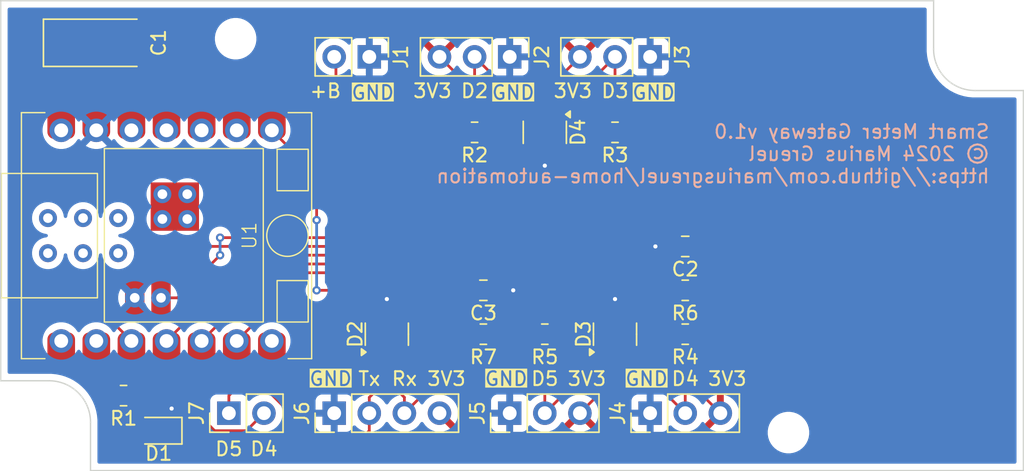
<source format=kicad_pcb>
(kicad_pcb (version 20241229) (generator "pcbnew") (generator_version "9.0")
  (layers (0 "F.Cu" signal) (2 "B.Cu" signal) (13 "F.Paste" user) (15 "B.Paste" user) (5 "F.SilkS" user "F.Silkscreen") (7 "B.SilkS" user "B.Silkscreen") (1 "F.Mask" user) (3 "B.Mask" user) (25 "Edge.Cuts" user))
  (net 0 "")
  (net 1 "GND")
  (net 2 "+5V")
  (net 3 "Net-(D1-A)")
  (net 4 "/Rx")
  (net 5 "/Tx")
  (net 7 "/D1")
  (net 8 "/D3")
  (net 9 "/D2")
  (net 11 "+3V3")
  (net 12 "/D5")
  (net 13 "/D4")
  (net 14 "+BATT")
  (net 15 "Net-(J4-Pin_2)")
  (net 16 "Net-(J5-Pin_2)")
  (footprint "Capacitor_Tantalum_SMD:CP_EIA-6032-28_Kemet-C" (layer "F.Cu") (at 70.358 66.548)
    (property "Reference" "C1" (at 4.572 0 90) (layer "F.SilkS"))
    (property "Value" "10u" (hide yes))
    (fp_line (start -3.765 -1.71) (end -3.765 1.71) (stroke (width 0.12)) (layer "F.SilkS"))
    (fp_line (start -3.765 1.71) (end 3 1.71) (stroke (width 0.12)) (layer "F.SilkS"))
    (fp_line (start 3 -1.71) (end -3.765 -1.71) (stroke (width 0.12)) (layer "F.SilkS"))
    (pad "1" smd roundrect (at -2.47 0) (size 2.07 2.39) (layers "F.Cu" "F.Mask" "F.Paste") (roundrect_rratio 0.120773) (net 2 "+5V"))
    (pad "2" smd roundrect (at 2.47 0) (size 2.07 2.39) (layers "F.Cu" "F.Mask" "F.Paste") (roundrect_rratio 0.120773) (net 1 "GND"))
  )
  (footprint "Connector_PinHeader_2.54mm:PinHeader_1x02_P2.54mm_Vertical" (layer "F.Cu") (at 90.17 67.564 -90)
    (property "Reference" "J1" (at 0 -2.286 90) (layer "F.SilkS"))
    (property "Value" "Conn_01x02" (hide yes))
    (fp_line (start -1.38 3.92) (end 1.38 3.92) (stroke (width 0.12)) (layer "F.SilkS"))
    (fp_line (start -1.38 1.27) (end -1.38 3.92) (stroke (width 0.12)) (layer "F.SilkS"))
    (fp_line (start -1.38 1.27) (end 1.38 1.27) (stroke (width 0.12)) (layer "F.SilkS"))
    (fp_line (start 1.38 1.27) (end 1.38 3.92) (stroke (width 0.12)) (layer "F.SilkS"))
    (fp_line (start -1.38 0) (end -1.38 -1.38) (stroke (width 0.12)) (layer "F.SilkS"))
    (fp_line (start -1.38 -1.38) (end 0 -1.38) (stroke (width 0.12)) (layer "F.SilkS"))
    (pad "1" thru_hole rect (at 0 0 270) (size 1.7 1.7) (drill 1) (layers "*.Cu" "*.Mask") (net 1 "GND"))
    (pad "2" thru_hole circle (at 0 2.54 270) (size 1.7 1.7) (drill 1) (layers "*.Cu" "*.Mask") (net 14 "+BATT"))
  )
  (footprint "Resistor_SMD:R_0805_2012Metric" (layer "F.Cu") (at 72.39 92.075)
    (property "Reference" "R1" (at 0 1.651 0) (layer "F.SilkS"))
    (property "Value" "150" (hide yes))
    (fp_line (start -0.227064 -0.735) (end 0.227064 -0.735) (stroke (width 0.12)) (layer "F.SilkS"))
    (fp_line (start -0.227064 0.735) (end 0.227064 0.735) (stroke (width 0.12)) (layer "F.SilkS"))
    (pad "1" smd roundrect (at -0.9125 0) (size 1.025 1.4) (layers "F.Cu" "F.Mask" "F.Paste") (roundrect_rratio 0.243902) (net 7 "/D1"))
    (pad "2" smd roundrect (at 0.9125 0) (size 1.025 1.4) (layers "F.Cu" "F.Mask" "F.Paste") (roundrect_rratio 0.243902) (net 3 "Net-(D1-A)"))
  )
  (footprint "Package_TO_SOT_SMD:SOT-23-3" (layer "F.Cu") (at 91.44 87.63 90)
    (property "Reference" "D2" (at 0 -2.286 90) (layer "F.SilkS"))
    (property "Value" "ESDA5V3L" (hide yes))
    (fp_line (start 0 -1.56) (end 0.8 -1.56) (stroke (width 0.12)) (layer "F.SilkS"))
    (fp_line (start 0 -1.56) (end -0.8 -1.56) (stroke (width 0.12)) (layer "F.SilkS"))
    (fp_line (start 0 1.56) (end 0.8 1.56) (stroke (width 0.12)) (layer "F.SilkS"))
    (fp_line (start 0 1.56) (end -0.8 1.56) (stroke (width 0.12)) (layer "F.SilkS"))
    (fp_poly (pts (xy -1.3 -1.51) (xy -1.54 -1.84) (xy -1.06 -1.84)) (stroke (width 0.12)) (fill yes) (layer "F.SilkS"))
    (pad "1" smd roundrect (at -1.1375 -0.95 90) (size 1.325 0.6) (layers "F.Cu" "F.Mask" "F.Paste") (net 5 "/Tx"))
    (pad "2" smd roundrect (at -1.1375 0.95 90) (size 1.325 0.6) (layers "F.Cu" "F.Mask" "F.Paste") (net 4 "/Rx"))
    (pad "3" smd roundrect (at 1.1375 0 90) (size 1.325 0.6) (layers "F.Cu" "F.Mask" "F.Paste") (net 1 "GND"))
  )
  (footprint "Capacitor_SMD:C_0805_2012Metric" (layer "F.Cu") (at 98.425 84.455)
    (property "Reference" "C3" (at 0 1.651 0) (layer "F.SilkS"))
    (property "Value" "10n" (hide yes))
    (fp_line (start -0.261252 -0.735) (end 0.261252 -0.735) (stroke (width 0.12)) (layer "F.SilkS"))
    (fp_line (start -0.261252 0.735) (end 0.261252 0.735) (stroke (width 0.12)) (layer "F.SilkS"))
    (pad "1" smd roundrect (at -0.95 0) (size 1 1.45) (layers "F.Cu" "F.Mask" "F.Paste") (net 12 "/D5"))
    (pad "2" smd roundrect (at 0.95 0) (size 1 1.45) (layers "F.Cu" "F.Mask" "F.Paste") (net 1 "GND"))
  )
  (footprint "Resistor_SMD:R_0805_2012Metric" (layer "F.Cu") (at 97.79 73.025)
    (property "Reference" "R2" (at 0 1.651 0) (layer "F.SilkS"))
    (property "Value" "10k" (hide yes))
    (fp_line (start -0.227064 -0.735) (end 0.227064 -0.735) (stroke (width 0.12)) (layer "F.SilkS"))
    (fp_line (start -0.227064 0.735) (end 0.227064 0.735) (stroke (width 0.12)) (layer "F.SilkS"))
    (pad "1" smd roundrect (at -0.9125 0) (size 1.025 1.4) (layers "F.Cu" "F.Mask" "F.Paste") (roundrect_rratio 0.243902) (net 11 "+3V3"))
    (pad "2" smd roundrect (at 0.9125 0) (size 1.025 1.4) (layers "F.Cu" "F.Mask" "F.Paste") (roundrect_rratio 0.243902) (net 9 "/D2"))
  )
  (footprint "Resistor_SMD:R_0805_2012Metric" (layer "F.Cu") (at 107.95 73.025)
    (property "Reference" "R3" (at 0 1.651 0) (layer "F.SilkS"))
    (property "Value" "10k" (hide yes))
    (fp_line (start -0.227064 -0.735) (end 0.227064 -0.735) (stroke (width 0.12)) (layer "F.SilkS"))
    (fp_line (start -0.227064 0.735) (end 0.227064 0.735) (stroke (width 0.12)) (layer "F.SilkS"))
    (pad "1" smd roundrect (at -0.9125 0) (size 1.025 1.4) (layers "F.Cu" "F.Mask" "F.Paste") (roundrect_rratio 0.243902) (net 11 "+3V3"))
    (pad "2" smd roundrect (at 0.9125 0) (size 1.025 1.4) (layers "F.Cu" "F.Mask" "F.Paste") (roundrect_rratio 0.243902) (net 8 "/D3"))
  )
  (footprint "Package_TO_SOT_SMD:SOT-23-3" (layer "F.Cu") (at 102.87 73.025 -90)
    (property "Reference" "D4" (at 0 -2.4 90) (layer "F.SilkS"))
    (property "Value" "ESDA5V3L" (hide yes))
    (fp_line (start 0 1.56) (end -0.8 1.56) (stroke (width 0.12)) (layer "F.SilkS"))
    (fp_line (start 0 1.56) (end 0.8 1.56) (stroke (width 0.12)) (layer "F.SilkS"))
    (fp_line (start 0 -1.56) (end -0.8 -1.56) (stroke (width 0.12)) (layer "F.SilkS"))
    (fp_line (start 0 -1.56) (end 0.8 -1.56) (stroke (width 0.12)) (layer "F.SilkS"))
    (fp_poly (pts (xy -1.3 -1.51) (xy -1.54 -1.84) (xy -1.06 -1.84)) (stroke (width 0.12)) (fill yes) (layer "F.SilkS"))
    (pad "1" smd roundrect (at -1.1375 -0.95 270) (size 1.325 0.6) (layers "F.Cu" "F.Mask" "F.Paste") (net 8 "/D3"))
    (pad "2" smd roundrect (at -1.1375 0.95 270) (size 1.325 0.6) (layers "F.Cu" "F.Mask" "F.Paste") (net 9 "/D2"))
    (pad "3" smd roundrect (at 1.1375 0 270) (size 1.325 0.6) (layers "F.Cu" "F.Mask" "F.Paste") (net 1 "GND"))
  )
  (footprint "Connector_PinHeader_2.54mm:PinHeader_1x03_P2.54mm_Vertical" (layer "F.Cu") (at 110.49 67.564 -90)
    (property "Reference" "J3" (at 0 -2.33 90) (layer "F.SilkS"))
    (property "Value" "Conn_01x03" (hide yes))
    (fp_line (start -1.38 6.46) (end 1.38 6.46) (stroke (width 0.12)) (layer "F.SilkS"))
    (fp_line (start -1.38 1.27) (end -1.38 6.46) (stroke (width 0.12)) (layer "F.SilkS"))
    (fp_line (start -1.38 1.27) (end 1.38 1.27) (stroke (width 0.12)) (layer "F.SilkS"))
    (fp_line (start 1.38 1.27) (end 1.38 6.46) (stroke (width 0.12)) (layer "F.SilkS"))
    (fp_line (start -1.38 0) (end -1.38 -1.38) (stroke (width 0.12)) (layer "F.SilkS"))
    (fp_line (start -1.38 -1.38) (end 0 -1.38) (stroke (width 0.12)) (layer "F.SilkS"))
    (pad "1" thru_hole rect (at 0 0 270) (size 1.7 1.7) (drill 1) (layers "*.Cu" "*.Mask") (net 1 "GND"))
    (pad "2" thru_hole circle (at 0 2.54 270) (size 1.7 1.7) (drill 1) (layers "*.Cu" "*.Mask") (net 8 "/D3"))
    (pad "3" thru_hole circle (at 0 5.08 270) (size 1.7 1.7) (drill 1) (layers "*.Cu" "*.Mask") (net 11 "+3V3"))
  )
  (footprint "Connector_PinHeader_2.54mm:PinHeader_1x02_P2.54mm_Vertical" (layer "F.Cu") (at 80.01 93.345 90)
    (property "Reference" "J7" (at 0 -2.33 90) (layer "F.SilkS"))
    (property "Value" "Conn_01x02" (hide yes))
    (fp_line (start -1.38 -1.38) (end 0 -1.38) (stroke (width 0.12)) (layer "F.SilkS"))
    (fp_line (start -1.38 0) (end -1.38 -1.38) (stroke (width 0.12)) (layer "F.SilkS"))
    (fp_line (start 1.38 1.27) (end 1.38 3.92) (stroke (width 0.12)) (layer "F.SilkS"))
    (fp_line (start -1.38 1.27) (end 1.38 1.27) (stroke (width 0.12)) (layer "F.SilkS"))
    (fp_line (start -1.38 1.27) (end -1.38 3.92) (stroke (width 0.12)) (layer "F.SilkS"))
    (fp_line (start -1.38 3.92) (end 1.38 3.92) (stroke (width 0.12)) (layer "F.SilkS"))
    (pad "1" thru_hole rect (at 0 0 90) (size 1.7 1.7) (drill 1) (layers "*.Cu" "*.Mask") (net 12 "/D5"))
    (pad "2" thru_hole circle (at 0 2.54 90) (size 1.7 1.7) (drill 1) (layers "*.Cu" "*.Mask") (net 13 "/D4"))
  )
  (footprint "Capacitor_SMD:C_0805_2012Metric" (layer "F.Cu") (at 113.03 81.28 180)
    (property "Reference" "C2" (at 0 -1.651 0) (layer "F.SilkS"))
    (property "Value" "10n" (hide yes))
    (fp_line (start -0.261252 0.735) (end 0.261252 0.735) (stroke (width 0.12)) (layer "F.SilkS"))
    (fp_line (start -0.261252 -0.735) (end 0.261252 -0.735) (stroke (width 0.12)) (layer "F.SilkS"))
    (pad "1" smd roundrect (at -0.95 0 180) (size 1 1.45) (layers "F.Cu" "F.Mask" "F.Paste") (net 13 "/D4"))
    (pad "2" smd roundrect (at 0.95 0 180) (size 1 1.45) (layers "F.Cu" "F.Mask" "F.Paste") (net 1 "GND"))
  )
  (footprint "Connector_PinHeader_2.54mm:PinHeader_1x03_P2.54mm_Vertical" (layer "F.Cu") (at 100.33 93.345 90)
    (property "Reference" "J5" (at 0 -2.33 90) (layer "F.SilkS"))
    (property "Value" "Conn_01x03" (hide yes))
    (fp_line (start -1.38 -1.38) (end 0 -1.38) (stroke (width 0.12)) (layer "F.SilkS"))
    (fp_line (start -1.38 0) (end -1.38 -1.38) (stroke (width 0.12)) (layer "F.SilkS"))
    (fp_line (start 1.38 1.27) (end 1.38 6.46) (stroke (width 0.12)) (layer "F.SilkS"))
    (fp_line (start -1.38 1.27) (end 1.38 1.27) (stroke (width 0.12)) (layer "F.SilkS"))
    (fp_line (start -1.38 1.27) (end -1.38 6.46) (stroke (width 0.12)) (layer "F.SilkS"))
    (fp_line (start -1.38 6.46) (end 1.38 6.46) (stroke (width 0.12)) (layer "F.SilkS"))
    (pad "1" thru_hole rect (at 0 0 90) (size 1.7 1.7) (drill 1) (layers "*.Cu" "*.Mask") (net 1 "GND"))
    (pad "2" thru_hole circle (at 0 2.54 90) (size 1.7 1.7) (drill 1) (layers "*.Cu" "*.Mask") (net 16 "Net-(J5-Pin_2)"))
    (pad "3" thru_hole circle (at 0 5.08 90) (size 1.7 1.7) (drill 1) (layers "*.Cu" "*.Mask") (net 11 "+3V3"))
  )
  (footprint "MountingHole:MountingHole_2.5mm" (layer "F.Cu") (at 120.5 94.75)
    (property "Reference" "H2" (hide yes))
    (property "Value" "MountingHole" (hide yes))
    (pad "" np_thru_hole circle (at 0 0) (size 2.5 2.5) (drill 2.5) (layers "*.Cu" "*.Mask"))
  )
  (footprint "Resistor_SMD:R_0805_2012Metric" (layer "F.Cu") (at 113.03 87.63 180)
    (property "Reference" "R4" (at 0 -1.651 0) (layer "F.SilkS"))
    (property "Value" "10k" (hide yes))
    (fp_line (start -0.227064 0.735) (end 0.227064 0.735) (stroke (width 0.12)) (layer "F.SilkS"))
    (fp_line (start -0.227064 -0.735) (end 0.227064 -0.735) (stroke (width 0.12)) (layer "F.SilkS"))
    (pad "1" smd roundrect (at -0.9125 0 180) (size 1.025 1.4) (layers "F.Cu" "F.Mask" "F.Paste") (roundrect_rratio 0.243902) (net 11 "+3V3"))
    (pad "2" smd roundrect (at 0.9125 0 180) (size 1.025 1.4) (layers "F.Cu" "F.Mask" "F.Paste") (roundrect_rratio 0.243902) (net 15 "Net-(J4-Pin_2)"))
  )
  (footprint "Package_TO_SOT_SMD:SOT-23-3" (layer "F.Cu") (at 107.95 87.63 90)
    (property "Reference" "D3" (at 0 -2.286 90) (layer "F.SilkS"))
    (property "Value" "ESDA5V3L" (hide yes))
    (fp_line (start 0 -1.56) (end 0.8 -1.56) (stroke (width 0.12)) (layer "F.SilkS"))
    (fp_line (start 0 -1.56) (end -0.8 -1.56) (stroke (width 0.12)) (layer "F.SilkS"))
    (fp_line (start 0 1.56) (end 0.8 1.56) (stroke (width 0.12)) (layer "F.SilkS"))
    (fp_line (start 0 1.56) (end -0.8 1.56) (stroke (width 0.12)) (layer "F.SilkS"))
    (fp_poly (pts (xy -1.3 -1.51) (xy -1.54 -1.84) (xy -1.06 -1.84)) (stroke (width 0.12)) (fill yes) (layer "F.SilkS"))
    (pad "1" smd roundrect (at -1.1375 -0.95 90) (size 1.325 0.6) (layers "F.Cu" "F.Mask" "F.Paste") (net 16 "Net-(J5-Pin_2)"))
    (pad "2" smd roundrect (at -1.1375 0.95 90) (size 1.325 0.6) (layers "F.Cu" "F.Mask" "F.Paste") (net 15 "Net-(J4-Pin_2)"))
    (pad "3" smd roundrect (at 1.1375 0 90) (size 1.325 0.6) (layers "F.Cu" "F.Mask" "F.Paste") (net 1 "GND"))
  )
  (footprint "Resistor_SMD:R_0805_2012Metric" (layer "F.Cu") (at 113.03 84.455 180)
    (property "Reference" "R6" (at 0 -1.651 0) (layer "F.SilkS"))
    (property "Value" "10k" (hide yes))
    (fp_line (start -0.227064 0.735) (end 0.227064 0.735) (stroke (width 0.12)) (layer "F.SilkS"))
    (fp_line (start -0.227064 -0.735) (end 0.227064 -0.735) (stroke (width 0.12)) (layer "F.SilkS"))
    (pad "1" smd roundrect (at -0.9125 0 180) (size 1.025 1.4) (layers "F.Cu" "F.Mask" "F.Paste") (roundrect_rratio 0.243902) (net 13 "/D4"))
    (pad "2" smd roundrect (at 0.9125 0 180) (size 1.025 1.4) (layers "F.Cu" "F.Mask" "F.Paste") (roundrect_rratio 0.243902) (net 15 "Net-(J4-Pin_2)"))
  )
  (footprint "Project:Seeed Studio XIAO" (layer "F.Cu") (at 75.5 80.5 90)
    (property "Reference" "U1" (at 0 6 90) (layer "F.SilkS") (effects (font (thickness 0.1))))
    (property "Value" "XIAO-ESP32C3")
    (fp_line (start 8.9 -10.5) (end -8.9 -10.5) (stroke (width 0.1)) (layer "F.SilkS"))
    (fp_line (start 8.9 -10.5) (end 8.9 -8.8) (stroke (width 0.1)) (layer "F.SilkS"))
    (fp_line (start -8.9 -10.5) (end -8.9 -8.8) (stroke (width 0.1)) (layer "F.SilkS"))
    (fp_line (start 8.9 10.5) (end 8.9 8.8) (stroke (width 0.1)) (layer "F.SilkS"))
    (fp_line (start -8.9 10.5) (end -8.9 8.8) (stroke (width 0.1)) (layer "F.SilkS"))
    (fp_line (start -8.9 10.5) (end 8.9 10.5) (stroke (width 0.1)) (layer "F.SilkS"))
    (fp_rect (start -4.5 -5) (end 4.5 -11.95) (stroke (width 0.1)) (fill no) (layer "F.SilkS"))
    (fp_rect (start -6.25 -4.5) (end 6.3 7) (stroke (width 0.1)) (fill no) (layer "F.SilkS"))
    (fp_rect (start 3.25 8) (end 6.25 10.25) (stroke (width 0.1)) (fill no) (layer "F.SilkS"))
    (fp_rect (start -6.25 8) (end -3.25 10.25) (stroke (width 0.1)) (fill no) (layer "F.SilkS"))
    (fp_circle (center 0 8.75) (end 1.5 8.75) (stroke (width 0.1)) (fill no) (layer "F.SilkS"))
    (pad "1" smd roundrect (at -8.5 -7.62 90) (size 3 2) (layers "F.Cu" "F.Mask" "F.Paste"))
    (pad "1" thru_hole circle (at -7.62 -7.62 90) (size 1.7 1.7) (drill 1) (layers "*.Cu" "*.Mask"))
    (pad "2" smd roundrect (at -8.5 -5.08 90) (size 3 2) (layers "F.Cu" "F.Mask" "F.Paste") (net 7 "/D1"))
    (pad "2" thru_hole circle (at -7.62 -5.08 90) (size 1.7 1.7) (drill 1) (layers "*.Cu" "*.Mask") (net 7 "/D1"))
    (pad "3" smd roundrect (at -8.5 -2.54 90) (size 3 2) (layers "F.Cu" "F.Mask" "F.Paste") (net 9 "/D2"))
    (pad "3" thru_hole circle (at -7.62 -2.54 90) (size 1.7 1.7) (drill 1) (layers "*.Cu" "*.Mask") (net 9 "/D2"))
    (pad "4" smd roundrect (at -8.5 0 90) (size 3 2) (layers "F.Cu" "F.Mask" "F.Paste") (net 8 "/D3"))
    (pad "4" thru_hole circle (at -7.62 0 90) (size 1.7 1.7) (drill 1) (layers "*.Cu" "*.Mask") (net 8 "/D3"))
    (pad "5" smd roundrect (at -8.5 2.54 90) (size 3 2) (layers "F.Cu" "F.Mask" "F.Paste") (net 13 "/D4"))
    (pad "5" thru_hole circle (at -7.62 2.54 90) (size 1.7 1.7) (drill 1) (layers "*.Cu" "*.Mask") (net 13 "/D4"))
    (pad "6" smd roundrect (at -8.5 5.08 90) (size 3 2) (layers "F.Cu" "F.Mask" "F.Paste") (net 12 "/D5"))
    (pad "6" thru_hole circle (at -7.62 5.08 90) (size 1.7 1.7) (drill 1) (layers "*.Cu" "*.Mask") (net 12 "/D5"))
    (pad "7" smd roundrect (at -8.5 7.62 90) (size 3 2) (layers "F.Cu" "F.Mask" "F.Paste") (net 5 "/Tx"))
    (pad "7" thru_hole circle (at -7.62 7.62 90) (size 1.7 1.7) (drill 1) (layers "*.Cu" "*.Mask") (net 5 "/Tx"))
    (pad "8" thru_hole circle (at 7.62 7.62 90) (size 1.7 1.7) (drill 1) (layers "*.Cu" "*.Mask") (net 4 "/Rx"))
    (pad "8" smd roundrect (at 8.5 7.62 90) (size 3 2) (layers "F.Cu" "F.Mask" "F.Paste") (net 4 "/Rx"))
    (pad "9" thru_hole circle (at 7.62 5.08 90) (size 1.7 1.7) (drill 1) (layers "*.Cu" "*.Mask"))
    (pad "9" smd roundrect (at 8.5 5.08 90) (size 3 2) (layers "F.Cu" "F.Mask" "F.Paste"))
    (pad "10" thru_hole circle (at 7.62 2.54 90) (size 1.7 1.7) (drill 1) (layers "*.Cu" "*.Mask"))
    (pad "10" smd roundrect (at 8.5 2.54 90) (size 3 2) (layers "F.Cu" "F.Mask" "F.Paste"))
    (pad "11" thru_hole circle (at 7.62 0 90) (size 1.7 1.7) (drill 1) (layers "*.Cu" "*.Mask"))
    (pad "11" smd roundrect (at 8.5 0 90) (size 3 2) (layers "F.Cu" "F.Mask" "F.Paste"))
    (pad "12" thru_hole circle (at 7.62 -2.54 90) (size 1.7 1.7) (drill 1) (layers "*.Cu" "*.Mask") (net 11 "+3V3"))
    (pad "12" smd roundrect (at 8.5 -2.54 90) (size 3 2) (layers "F.Cu" "F.Mask" "F.Paste") (net 11 "+3V3"))
    (pad "13" thru_hole circle (at 7.62 -5.08 90) (size 1.7 1.7) (drill 1) (layers "*.Cu" "*.Mask") (net 1 "GND"))
    (pad "13" smd roundrect (at 8.5 -5.08 90) (size 3 2) (layers "F.Cu" "F.Mask" "F.Paste") (net 1 "GND"))
    (pad "14" thru_hole circle (at 7.62 -7.62 90) (size 1.7 1.7) (drill 1) (layers "*.Cu" "*.Mask") (net 2 "+5V"))
    (pad "14" smd roundrect (at 8.5 -7.62 90) (size 3 2) (layers "F.Cu" "F.Mask" "F.Paste") (net 2 "+5V"))
    (pad "15" thru_hole circle (at -1.27 -8.58 90) (size 1.3 1.3) (drill 0.7) (layers "*.Cu" "*.Mask"))
    (pad "16" thru_hole circle (at -1.27 -6.04 90) (size 1.3 1.3) (drill 0.7) (layers "*.Cu" "*.Mask"))
    (pad "17" thru_hole circle (at -1.27 -3.5 90) (size 1.3 1.3) (drill 0.7) (layers "*.Cu" "*.Mask"))
    (pad "18" thru_hole circle (at 1.27 -3.5 90) (size 1.3 1.3) (drill 0.7) (layers "*.Cu" "*.Mask"))
    (pad "19" thru_hole circle (at 1.27 -6.04 90) (size 1.3 1.3) (drill 0.7) (layers "*.Cu" "*.Mask"))
    (pad "20" thru_hole circle (at 1.27 -8.58 90) (size 1.3 1.3) (drill 0.7) (layers "*.Cu" "*.Mask"))
    (pad "21" thru_hole circle (at -4.5 -2.3 90) (size 1.4 1.4) (drill 0.7) (layers "*.Cu" "*.Mask") (net 1 "GND"))
    (pad "21" smd rect (at -4.5 -2.3 90) (size 2.8 1.4) (layers "F.Cu" "F.Mask" "F.Paste") (net 1 "GND"))
    (pad "22" thru_hole circle (at -4.5 -0.4 90) (size 1.4 1.4) (drill 0.7) (layers "*.Cu" "*.Mask") (net 14 "+BATT"))
    (pad "22" smd rect (at -4.5 -0.4 90) (size 2.8 1.4) (layers "F.Cu" "F.Mask" "F.Paste") (net 14 "+BATT"))
    (pad "23" thru_hole circle (at 1.2 -0.3 90) (size 1.3 1.3) (drill 0.7) (layers "*.Cu" "*.Mask"))
    (pad "23" thru_hole circle (at 1.2 1.5 90) (size 1.3 1.3) (drill 0.7) (layers "*.Cu" "*.Mask"))
    (pad "23" smd rect (at 2.1 0.6 90) (size 3.5 3.5) (layers "F.Cu" "F.Mask" "F.Paste"))
    (pad "23" thru_hole circle (at 3 -0.3 90) (size 1.3 1.3) (drill 0.7) (layers "*.Cu" "*.Mask"))
    (pad "23" thru_hole circle (at 3 1.5 90) (size 1.3 1.3) (drill 0.7) (layers "*.Cu" "*.Mask"))
  )
  (footprint "Resistor_SMD:R_0805_2012Metric" (layer "F.Cu") (at 102.87 87.63 180)
    (property "Reference" "R5" (at 0 -1.651 0) (layer "F.SilkS"))
    (property "Value" "10k" (hide yes))
    (fp_line (start -0.227064 0.735) (end 0.227064 0.735) (stroke (width 0.12)) (layer "F.SilkS"))
    (fp_line (start -0.227064 -0.735) (end 0.227064 -0.735) (stroke (width 0.12)) (layer "F.SilkS"))
    (pad "1" smd roundrect (at -0.9125 0 180) (size 1.025 1.4) (layers "F.Cu" "F.Mask" "F.Paste") (roundrect_rratio 0.243902) (net 11 "+3V3"))
    (pad "2" smd roundrect (at 0.9125 0 180) (size 1.025 1.4) (layers "F.Cu" "F.Mask" "F.Paste") (roundrect_rratio 0.243902) (net 16 "Net-(J5-Pin_2)"))
  )
  (footprint "MountingHole:MountingHole_2.5mm" (layer "F.Cu") (at 80.5 66.25)
    (property "Reference" "H1" (hide yes))
    (property "Value" "MountingHole" (hide yes))
    (pad "" np_thru_hole circle (at 0 0) (size 2.5 2.5) (drill 2.5) (layers "*.Cu" "*.Mask"))
  )
  (footprint "Connector_PinHeader_2.54mm:PinHeader_1x03_P2.54mm_Vertical" (layer "F.Cu") (at 110.49 93.345 90)
    (property "Reference" "J4" (at 0 -2.33 90) (layer "F.SilkS"))
    (property "Value" "Conn_01x03" (hide yes))
    (fp_line (start -1.38 -1.38) (end 0 -1.38) (stroke (width 0.12)) (layer "F.SilkS"))
    (fp_line (start -1.38 0) (end -1.38 -1.38) (stroke (width 0.12)) (layer "F.SilkS"))
    (fp_line (start 1.38 1.27) (end 1.38 6.46) (stroke (width 0.12)) (layer "F.SilkS"))
    (fp_line (start -1.38 1.27) (end 1.38 1.27) (stroke (width 0.12)) (layer "F.SilkS"))
    (fp_line (start -1.38 1.27) (end -1.38 6.46) (stroke (width 0.12)) (layer "F.SilkS"))
    (fp_line (start -1.38 6.46) (end 1.38 6.46) (stroke (width 0.12)) (layer "F.SilkS"))
    (pad "1" thru_hole rect (at 0 0 90) (size 1.7 1.7) (drill 1) (layers "*.Cu" "*.Mask") (net 1 "GND"))
    (pad "2" thru_hole circle (at 0 2.54 90) (size 1.7 1.7) (drill 1) (layers "*.Cu" "*.Mask") (net 15 "Net-(J4-Pin_2)"))
    (pad "3" thru_hole circle (at 0 5.08 90) (size 1.7 1.7) (drill 1) (layers "*.Cu" "*.Mask") (net 11 "+3V3"))
  )
  (footprint "Resistor_SMD:R_0805_2012Metric" (layer "F.Cu") (at 98.425 87.63)
    (property "Reference" "R7" (at 0 1.651 0) (layer "F.SilkS"))
    (property "Value" "10k" (hide yes))
    (fp_line (start -0.227064 -0.735) (end 0.227064 -0.735) (stroke (width 0.12)) (layer "F.SilkS"))
    (fp_line (start -0.227064 0.735) (end 0.227064 0.735) (stroke (width 0.12)) (layer "F.SilkS"))
    (pad "1" smd roundrect (at -0.9125 0) (size 1.025 1.4) (layers "F.Cu" "F.Mask" "F.Paste") (roundrect_rratio 0.243902) (net 12 "/D5"))
    (pad "2" smd roundrect (at 0.9125 0) (size 1.025 1.4) (layers "F.Cu" "F.Mask" "F.Paste") (roundrect_rratio 0.243902) (net 16 "Net-(J5-Pin_2)"))
  )
  (footprint "Connector_PinHeader_2.54mm:PinHeader_1x03_P2.54mm_Vertical" (layer "F.Cu") (at 100.33 67.564 -90)
    (property "Reference" "J2" (at 0 -2.33 90) (layer "F.SilkS"))
    (property "Value" "Conn_01x03" (hide yes))
    (fp_line (start -1.38 6.46) (end 1.38 6.46) (stroke (width 0.12)) (layer "F.SilkS"))
    (fp_line (start -1.38 1.27) (end -1.38 6.46) (stroke (width 0.12)) (layer "F.SilkS"))
    (fp_line (start -1.38 1.27) (end 1.38 1.27) (stroke (width 0.12)) (layer "F.SilkS"))
    (fp_line (start 1.38 1.27) (end 1.38 6.46) (stroke (width 0.12)) (layer "F.SilkS"))
    (fp_line (start -1.38 0) (end -1.38 -1.38) (stroke (width 0.12)) (layer "F.SilkS"))
    (fp_line (start -1.38 -1.38) (end 0 -1.38) (stroke (width 0.12)) (layer "F.SilkS"))
    (pad "1" thru_hole rect (at 0 0 270) (size 1.7 1.7) (drill 1) (layers "*.Cu" "*.Mask") (net 1 "GND"))
    (pad "2" thru_hole circle (at 0 2.54 270) (size 1.7 1.7) (drill 1) (layers "*.Cu" "*.Mask") (net 9 "/D2"))
    (pad "3" thru_hole circle (at 0 5.08 270) (size 1.7 1.7) (drill 1) (layers "*.Cu" "*.Mask") (net 11 "+3V3"))
  )
  (footprint "LED_SMD:LED_0805_2012Metric" (layer "F.Cu") (at 74.93 94.615 180)
    (property "Reference" "D1" (at 0 -1.651 0) (layer "F.SilkS"))
    (property "Value" "LED" (hide yes))
    (fp_line (start 1 -0.96) (end -1.685 -0.96) (stroke (width 0.12)) (layer "F.SilkS"))
    (fp_line (start -1.685 0.96) (end 1 0.96) (stroke (width 0.12)) (layer "F.SilkS"))
    (fp_line (start -1.685 -0.96) (end -1.685 0.96) (stroke (width 0.12)) (layer "F.SilkS"))
    (pad "1" smd roundrect (at -0.9375 0 180) (size 0.975 1.4) (layers "F.Cu" "F.Mask" "F.Paste") (net 1 "GND"))
    (pad "2" smd roundrect (at 0.9375 0 180) (size 0.975 1.4) (layers "F.Cu" "F.Mask" "F.Paste") (net 3 "Net-(D1-A)"))
  )
  (footprint "Connector_PinHeader_2.54mm:PinHeader_1x04_P2.54mm_Vertical" (layer "F.Cu") (at 87.63 93.345 90)
    (property "Reference" "J6" (at 0 -2.33 90) (layer "F.SilkS"))
    (property "Value" "Conn_01x04" (hide yes))
    (fp_line (start -1.38 -1.38) (end 0 -1.38) (stroke (width 0.12)) (layer "F.SilkS"))
    (fp_line (start -1.38 0) (end -1.38 -1.38) (stroke (width 0.12)) (layer "F.SilkS"))
    (fp_line (start 1.38 1.27) (end 1.38 9) (stroke (width 0.12)) (layer "F.SilkS"))
    (fp_line (start -1.38 1.27) (end 1.38 1.27) (stroke (width 0.12)) (layer "F.SilkS"))
    (fp_line (start -1.38 1.27) (end -1.38 9) (stroke (width 0.12)) (layer "F.SilkS"))
    (fp_line (start -1.38 9) (end 1.38 9) (stroke (width 0.12)) (layer "F.SilkS"))
    (pad "1" thru_hole rect (at 0 0 90) (size 1.7 1.7) (drill 1) (layers "*.Cu" "*.Mask") (net 1 "GND"))
    (pad "2" thru_hole circle (at 0 2.54 90) (size 1.7 1.7) (drill 1) (layers "*.Cu" "*.Mask") (net 5 "/Tx"))
    (pad "3" thru_hole circle (at 0 5.08 90) (size 1.7 1.7) (drill 1) (layers "*.Cu" "*.Mask") (net 4 "/Rx"))
    (pad "4" thru_hole circle (at 0 7.62 90) (size 1.7 1.7) (drill 1) (layers "*.Cu" "*.Mask") (net 11 "+3V3"))
  )
  (gr_line (start 131 67) (end 131 63.5) (stroke (width 0.1)) (layer "Edge.Cuts"))
  (gr_line (start 63.5 63.5) (end 131 63.5) (stroke (width 0.1)) (layer "Edge.Cuts"))
  (gr_line (start 63.5 91) (end 63.5 63.5) (stroke (width 0.1)) (layer "Edge.Cuts"))
  (gr_line (start 137.5 70) (end 137.5 97.5) (stroke (width 0.1)) (layer "Edge.Cuts"))
  (gr_line (start 63.5 91) (end 67 91) (stroke (width 0.1)) (layer "Edge.Cuts"))
  (gr_arc (start 67 91) (mid 69.12132 91.87868) (end 70 94) (stroke (width 0.1)) (layer "Edge.Cuts"))
  (gr_arc (start 134 70) (mid 131.87868 69.12132) (end 131 67) (stroke (width 0.1)) (layer "Edge.Cuts"))
  (gr_line (start 137.5 97.5) (end 70 97.5) (stroke (width 0.1)) (layer "Edge.Cuts"))
  (gr_line (start 70 94) (end 70 97.5) (stroke (width 0.1)) (layer "Edge.Cuts"))
  (gr_line (start 137.5 70) (end 134 70) (stroke (width 0.1)) (layer "Edge.Cuts"))
  (gr_text "3V3" (at 105.918 91.44 0) (layer "F.SilkS") (effects (font (size 1 1)) (justify bottom)))
  (gr_text "GND" (at 90.424 70.739 0) (layer "F.SilkS" knockout) (effects (font (size 1 1)) (justify bottom)))
  (gr_text "3V3" (at 104.902 70.612 0) (layer "F.SilkS") (effects (font (size 1 1)) (justify bottom)))
  (gr_text "D2" (at 97.79 70.612 0) (layer "F.SilkS") (effects (font (size 1 1)) (justify bottom)))
  (gr_text "3V3" (at 116.078 91.44 0) (layer "F.SilkS") (effects (font (size 1 1)) (justify bottom)))
  (gr_text "+B" (at 86.995 70.612 0) (layer "F.SilkS") (effects (font (size 1 1)) (justify bottom)))
  (gr_text "GND" (at 100.076 91.44 0) (layer "F.SilkS" knockout) (effects (font (size 1 1)) (justify bottom)))
  (gr_text "D3" (at 107.95 70.612 0) (layer "F.SilkS") (effects (font (size 1 1)) (justify bottom)))
  (gr_text "GND" (at 110.236 91.44 0) (layer "F.SilkS" knockout) (effects (font (size 1 1)) (justify bottom)))
  (gr_text "GND" (at 87.376 91.44 0) (layer "F.SilkS" knockout) (effects (font (size 1 1)) (justify bottom)))
  (gr_text "D4" (at 113.03 91.44 0) (layer "F.SilkS") (effects (font (size 1 1)) (justify bottom)))
  (gr_text "D5" (at 102.87 91.44 0) (layer "F.SilkS") (effects (font (size 1 1)) (justify bottom)))
  (gr_text "3V3" (at 94.742 70.612 0) (layer "F.SilkS") (effects (font (size 1 1)) (justify bottom)))
  (gr_text "Tx" (at 90.17 91.44 0) (layer "F.SilkS") (effects (font (size 1 1)) (justify bottom)))
  (gr_text "GND" (at 110.744 70.739 0) (layer "F.SilkS" knockout) (effects (font (size 1 1)) (justify bottom)))
  (gr_text "D5" (at 80.01 96.52 0) (layer "F.SilkS") (effects (font (size 1 1)) (justify bottom)))
  (gr_text "3V3" (at 95.758 91.44 0) (layer "F.SilkS") (effects (font (size 1 1)) (justify bottom)))
  (gr_text "Rx" (at 92.71 91.44 0) (layer "F.SilkS") (effects (font (size 1 1)) (justify bottom)))
  (gr_text "D4" (at 82.55 96.52 0) (layer "F.SilkS") (effects (font (size 1 1)) (justify bottom)))
  (gr_text "GND" (at 100.584 70.739 0) (layer "F.SilkS" knockout) (effects (font (size 1 1)) (justify bottom)))
  (gr_text "Smart Meter Gateway v1.0\n© 2024 Marius Greuel\nhttps://github.com/mariusgreuel/home-automation" (at 135.128 72.39 0) (layer "B.SilkS") (effects (font (size 1 1)) (justify left top mirror)))
  (segment (start 91.44 86.4925) (end 91.44 85.09) (width 0.2) (layer "F.Cu") (net 1))
  (segment (start 102.87 74.1625) (end 102.87 75.438) (width 0.2) (layer "F.Cu") (net 1))
  (segment (start 75.8675 93.0125) (end 75.8675 94.615) (width 0.2) (layer "F.Cu") (net 1))
  (segment (start 70.42 67.375) (end 71.247 66.548) (width 0.5) (layer "F.Cu") (net 1))
  (segment (start 70.42 72.88) (end 70.42 67.375) (width 0.5) (layer "F.Cu") (net 1))
  (segment (start 71.247 66.548) (end 72.8205 66.548) (width 0.5) (layer "F.Cu") (net 1))
  (segment (start 99.375 84.455) (end 100.584 84.455) (width 0.2) (layer "F.Cu") (net 1))
  (segment (start 107.95 86.4925) (end 107.95 85.09) (width 0.2) (layer "F.Cu") (net 1))
  (segment (start 112.08 81.28) (end 110.871 81.28) (width 0.2) (layer "F.Cu") (net 1))
  (via (at 110.871 81.28) (size 0.6) (drill 0.3) (layers "F.Cu" "B.Cu") (net 1))
  (via (at 91.44 85.09) (size 0.6) (drill 0.3) (layers "F.Cu" "B.Cu") (net 1))
  (via (at 100.584 84.455) (size 0.6) (drill 0.3) (layers "F.Cu" "B.Cu") (net 1))
  (via (at 75.8675 93.0125) (size 0.6) (drill 0.3) (layers "F.Cu" "B.Cu") (net 1))
  (via (at 107.95 85.09) (size 0.6) (drill 0.3) (layers "F.Cu" "B.Cu") (net 1))
  (via (at 102.87 75.438) (size 0.6) (drill 0.3) (layers "F.Cu" "B.Cu") (net 1))
  (segment (start 67.88 72.88) (end 67.88 66.5635) (width 0.5) (layer "F.Cu") (net 2))
  (segment (start 67.88 66.5635) (end 67.8955 66.548) (width 0.2) (layer "F.Cu") (net 2))
  (segment (start 73.3025 92.075) (end 73.3025 92.9875) (width 0.2) (layer "F.Cu") (net 3))
  (segment (start 73.3025 92.9875) (end 73.9925 93.6775) (width 0.2) (layer "F.Cu") (net 3))
  (segment (start 73.9925 93.6775) (end 73.9925 94.615) (width 0.2) (layer "F.Cu") (net 3))
  (segment (start 93.98 85.725) (end 93.98 92.075) (width 0.2) (layer "F.Cu") (net 4))
  (segment (start 86.36 79.375) (end 86.36 76.12) (width 0.2) (layer "F.Cu") (net 4))
  (segment (start 92.39 88.7675) (end 92.39 91.882) (width 0.2) (layer "F.Cu") (net 4))
  (segment (start 86.36 76.12) (end 83.12 72.88) (width 0.2) (layer "F.Cu") (net 4))
  (segment (start 92.71 92.202) (end 92.71 93.345) (width 0.2) (layer "F.Cu") (net 4))
  (segment (start 86.36 84.455) (end 92.71 84.455) (width 0.2) (layer "F.Cu") (net 4))
  (segment (start 92.39 91.882) (end 92.71 92.202) (width 0.2) (layer "F.Cu") (net 4))
  (segment (start 92.71 84.455) (end 93.98 85.725) (width 0.2) (layer "F.Cu") (net 4))
  (segment (start 93.98 92.075) (end 92.71 93.345) (width 0.2) (layer "F.Cu") (net 4))
  (via (at 86.36 79.375) (size 0.6) (drill 0.3) (layers "F.Cu" "B.Cu") (net 4))
  (via (at 86.36 84.455) (size 0.6) (drill 0.3) (layers "F.Cu" "B.Cu") (net 4))
  (segment (start 86.36 84.455) (end 86.36 79.375) (width 0.2) (layer "B.Cu") (net 4))
  (segment (start 90.17 94.615) (end 90.17 93.345) (width 0.2) (layer "F.Cu") (net 5))
  (segment (start 90.17 92.202) (end 90.17 93.345) (width 0.2) (layer "F.Cu") (net 5))
  (segment (start 90.49 88.7675) (end 90.49 91.882) (width 0.2) (layer "F.Cu") (net 5))
  (segment (start 89.535 95.25) (end 90.17 94.615) (width 0.2) (layer "F.Cu") (net 5))
  (segment (start 83.1 88.594) (end 83.1 91.99) (width 0.2) (layer "F.Cu") (net 5))
  (segment (start 90.49 91.882) (end 90.17 92.202) (width 0.2) (layer "F.Cu") (net 5))
  (segment (start 86.36 95.25) (end 89.535 95.25) (width 0.2) (layer "F.Cu") (net 5))
  (segment (start 83.1 91.99) (end 86.36 95.25) (width 0.2) (layer "F.Cu") (net 5))
  (segment (start 71.12 92.075) (end 70.42 91.375) (width 0.2) (layer "F.Cu") (net 7))
  (segment (start 71.4775 92.075) (end 71.12 92.075) (width 0.2) (layer "F.Cu") (net 7))
  (segment (start 70.42 91.375) (end 70.42 88.12) (width 0.2) (layer "F.Cu") (net 7))
  (segment (start 108.8625 73.025) (end 108.8625 72.0325) (width 0.2) (layer "F.Cu") (net 8))
  (segment (start 88.265 81.915) (end 93.98 76.2) (width 0.2) (layer "F.Cu") (net 8))
  (segment (start 106.68 76.2) (end 108.8625 74.0175) (width 0.2) (layer "F.Cu") (net 8))
  (segment (start 108.8625 74.0175) (end 108.8625 73.025) (width 0.2) (layer "F.Cu") (net 8))
  (segment (start 107.95 71.12) (end 107.95 67.564) (width 0.2) (layer "F.Cu") (net 8))
  (segment (start 81.705 81.915) (end 88.265 81.915) (width 0.2) (layer "F.Cu") (net 8))
  (segment (start 103.82 71.8875) (end 103.82 71.694) (width 0.2) (layer "F.Cu") (net 8))
  (segment (start 75.5 88.12) (end 81.705 81.915) (width 0.2) (layer "F.Cu") (net 8))
  (segment (start 103.82 71.694) (end 107.95 67.564) (width 0.2) (layer "F.Cu") (net 8))
  (segment (start 108.8625 72.0325) (end 107.95 71.12) (width 0.2) (layer "F.Cu") (net 8))
  (segment (start 93.98 76.2) (end 106.68 76.2) (width 0.2) (layer "F.Cu") (net 8))
  (segment (start 97.79 71.12) (end 98.7025 72.0325) (width 0.2) (layer "F.Cu") (net 9))
  (segment (start 71.755 83.82) (end 74.295 81.28) (width 0.2) (layer "F.Cu") (net 9))
  (segment (start 87.63 81.28) (end 93.345 75.565) (width 0.2) (layer "F.Cu") (net 9))
  (segment (start 101.92 71.694) (end 97.79 67.564) (width 0.2) (layer "F.Cu") (net 9))
  (segment (start 98.7025 74.0175) (end 98.7025 73.025) (width 0.2) (layer "F.Cu") (net 9))
  (segment (start 93.345 75.565) (end 97.155 75.565) (width 0.2) (layer "F.Cu") (net 9))
  (segment (start 97.155 75.565) (end 98.7025 74.0175) (width 0.2) (layer "F.Cu") (net 9))
  (segment (start 97.79 67.564) (end 97.79 71.12) (width 0.2) (layer "F.Cu") (net 9))
  (segment (start 101.92 71.8875) (end 101.92 71.694) (width 0.2) (layer "F.Cu") (net 9))
  (segment (start 71.755 86.915) (end 71.755 83.82) (width 0.2) (layer "F.Cu") (net 9))
  (segment (start 72.96 88.12) (end 71.755 86.915) (width 0.2) (layer "F.Cu") (net 9))
  (segment (start 74.295 81.28) (end 87.63 81.28) (width 0.2) (layer "F.Cu") (net 9))
  (segment (start 98.7025 72.0325) (end 98.7025 73.025) (width 0.2) (layer "F.Cu") (net 9))
  (segment (start 85.471 65.659) (end 93.345 65.659) (width 0.5) (layer "F.Cu") (net 11))
  (segment (start 107.95 88.265) (end 107.95 90.805) (width 0.2) (layer "F.Cu") (net 11))
  (segment (start 107.315 87.63) (end 107.95 88.265) (width 0.2) (layer "F.Cu") (net 11))
  (segment (start 81.28 69.85) (end 85.471 65.659) (width 0.5) (layer "F.Cu") (net 11))
  (segment (start 97.155 95.25) (end 103.505 95.25) (width 0.5) (layer "F.Cu") (net 11))
  (segment (start 73.32 69.85) (end 81.28 69.85) (width 0.5) (layer "F.Cu") (net 11))
  (segment (start 112.014 65.659) (end 115.57 69.215) (width 0.5) (layer "F.Cu") (net 11))
  (segment (start 107.315 95.25) (end 113.665 95.25) (width 0.5) (layer "F.Cu") (net 11))
  (segment (start 115.57 69.215) (end 115.57 93.345) (width 0.5) (layer "F.Cu") (net 11))
  (segment (start 105.41 67.564) (end 107.315 65.659) (width 0.5) (layer "F.Cu") (net 11))
  (segment (start 102.87 70.104) (end 105.41 67.564) (width 0.2) (layer "F.Cu") (net 11))
  (segment (start 107.315 65.659) (end 112.014 65.659) (width 0.5) (layer "F.Cu") (net 11))
  (segment (start 95.25 67.564) (end 97.155 65.659) (width 0.5) (layer "F.Cu") (net 11))
  (segment (start 102.87 72.39) (end 102.87 70.104) (width 0.2) (layer "F.Cu") (net 11))
  (segment (start 103.7825 87.63) (end 107.315 87.63) (width 0.2) (layer "F.Cu") (net 11))
  (segment (start 113.665 95.25) (end 115.57 93.345) (width 0.5) (layer "F.Cu") (net 11))
  (segment (start 103.505 65.659) (end 105.41 67.564) (width 0.5) (layer "F.Cu") (net 11))
  (segment (start 107.0375 73.025) (end 103.505 73.025) (width 0.2) (layer "F.Cu") (net 11))
  (segment (start 97.155 65.659) (end 103.505 65.659) (width 0.5) (layer "F.Cu") (net 11))
  (segment (start 113.9425 87.63) (end 113.9425 91.7175) (width 0.2) (layer "F.Cu") (net 11))
  (segment (start 96.8775 69.1915) (end 95.25 67.564) (width 0.2) (layer "F.Cu") (net 11))
  (segment (start 103.505 95.25) (end 105.41 93.345) (width 0.5) (layer "F.Cu") (net 11))
  (segment (start 105.41 93.345) (end 107.315 95.25) (width 0.5) (layer "F.Cu") (net 11))
  (segment (start 107.95 90.805) (end 105.41 93.345) (width 0.2) (layer "F.Cu") (net 11))
  (segment (start 72.96 72.88) (end 72.96 70.21) (width 0.5) (layer "F.Cu") (net 11))
  (segment (start 113.9425 91.7175) (end 115.57 93.345) (width 0.2) (layer "F.Cu") (net 11))
  (segment (start 72.96 70.21) (end 73.32 69.85) (width 0.5) (layer "F.Cu") (net 11))
  (segment (start 95.25 93.345) (end 97.155 95.25) (width 0.5) (layer "F.Cu") (net 11))
  (segment (start 96.8775 73.025) (end 96.8775 69.1915) (width 0.2) (layer "F.Cu") (net 11))
  (segment (start 93.345 65.659) (end 95.25 67.564) (width 0.5) (layer "F.Cu") (net 11))
  (segment (start 103.505 73.025) (end 102.87 72.39) (width 0.2) (layer "F.Cu") (net 11))
  (segment (start 97.475 84.455) (end 97.475 87.5925) (width 0.2) (layer "F.Cu") (net 12))
  (segment (start 95.885 84.455) (end 97.475 84.455) (width 0.2) (layer "F.Cu") (net 12))
  (segment (start 80.01 92.075) (end 80.645 91.44) (width 0.2) (layer "F.Cu") (net 12))
  (segment (start 80.645 91.44) (end 80.58 91.375) (width 0.2) (layer "F.Cu") (net 12))
  (segment (start 80.58 91.375) (end 80.58 88.12) (width 0.2) (layer "F.Cu") (net 12))
  (segment (start 80.01 93.345) (end 80.01 92.075) (width 0.2) (layer "F.Cu") (net 12))
  (segment (start 85.515 83.185) (end 94.615 83.185) (width 0.2) (layer "F.Cu") (net 12))
  (segment (start 97.475 87.5925) (end 97.5125 87.63) (width 0.2) (layer "F.Cu") (net 12))
  (segment (start 94.615 83.185) (end 95.885 84.455) (width 0.2) (layer "F.Cu") (net 12))
  (segment (start 85.515 83.185) (end 80.58 88.12) (width 0.2) (layer "F.Cu") (net 12))
  (segment (start 78.04 93.675) (end 78.98 94.615) (width 0.2) (layer "F.Cu") (net 13))
  (segment (start 113.9425 82.55) (end 113.9425 81.3175) (width 0.2) (layer "F.Cu") (net 13))
  (segment (start 113.9425 81.3175) (end 113.98 81.28) (width 0.2) (layer "F.Cu") (net 13))
  (segment (start 78.98 94.615) (end 81.28 94.615) (width 0.2) (layer "F.Cu") (net 13))
  (segment (start 83.61 82.55) (end 113.9425 82.55) (width 0.2) (layer "F.Cu") (net 13))
  (segment (start 78.04 88.12) (end 83.61 82.55) (width 0.2) (layer "F.Cu") (net 13))
  (segment (start 81.28 94.615) (end 82.55 93.345) (width 0.2) (layer "F.Cu") (net 13))
  (segment (start 78.04 88.12) (end 78.04 93.675) (width 0.2) (layer "F.Cu") (net 13))
  (segment (start 113.9425 84.455) (end 113.9425 82.55) (width 0.2) (layer "F.Cu") (net 13))
  (segment (start 87.757 67.691) (end 87.757 79.878) (width 0.2) (layer "F.Cu") (net 14))
  (segment (start 87.757 79.878) (end 86.99 80.645) (width 0.2) (layer "F.Cu") (net 14))
  (segment (start 86.99 80.645) (end 79.375 80.645) (width 0.2) (layer "F.Cu") (net 14))
  (segment (start 79.375 81.915) (end 76.29 85) (width 0.2) (layer "F.Cu") (net 14))
  (segment (start 76.29 85) (end 75.1 85) (width 0.2) (layer "F.Cu") (net 14))
  (segment (start 87.63 67.564) (end 87.757 67.691) (width 0.2) (layer "F.Cu") (net 14))
  (via (at 79.375 80.645) (size 0.6) (drill 0.3) (layers "F.Cu" "B.Cu") (net 14))
  (via (at 79.375 81.915) (size 0.6) (drill 0.3) (layers "F.Cu" "B.Cu") (net 14))
  (segment (start 79.375 81.915) (end 79.375 80.645) (width 0.2) (layer "B.Cu") (net 14))
  (segment (start 113.03 89.535) (end 113.03 93.345) (width 0.2) (layer "F.Cu") (net 15))
  (segment (start 112.1175 88.6225) (end 113.03 89.535) (width 0.2) (layer "F.Cu") (net 15))
  (segment (start 112.1175 87.63) (end 112.1175 88.6225) (width 0.2) (layer "F.Cu") (net 15))
  (segment (start 108.9 89.215) (end 113.03 93.345) (width 0.2) (layer "F.Cu") (net 15))
  (segment (start 108.9 88.7675) (end 108.9 89.215) (width 0.2) (layer "F.Cu") (net 15))
  (segment (start 112.1175 87.63) (end 112.1175 84.455) (width 0.2) (layer "F.Cu") (net 15))
  (segment (start 107 89.215) (end 102.87 93.345) (width 0.2) (layer "F.Cu") (net 16))
  (segment (start 99.3375 87.63) (end 101.9575 87.63) (width 0.2) (layer "F.Cu") (net 16))
  (segment (start 107 88.7675) (end 107 89.215) (width 0.2) (layer "F.Cu") (net 16))
  (segment (start 102.87 93.345) (end 102.87 89.535) (width 0.2) (layer "F.Cu") (net 16))
  (segment (start 101.9575 88.6225) (end 101.9575 87.63) (width 0.2) (layer "F.Cu") (net 16))
  (segment (start 102.87 89.535) (end 101.9575 88.6225) (width 0.2) (layer "F.Cu") (net 16))
  (zone (net 1) (net_name "GND") (layer "B.Cu") (connect_pads (clearance 0.5)) (min_thickness 0.25) (fill yes (thermal_gap 0.5) (thermal_bridge_width 0.5))
    (polygon (pts (xy 63.5 63.5) (xy 137.5 63.5) (xy 137.5 97.5) (xy 63.5 97.5)))
  )
)
</source>
